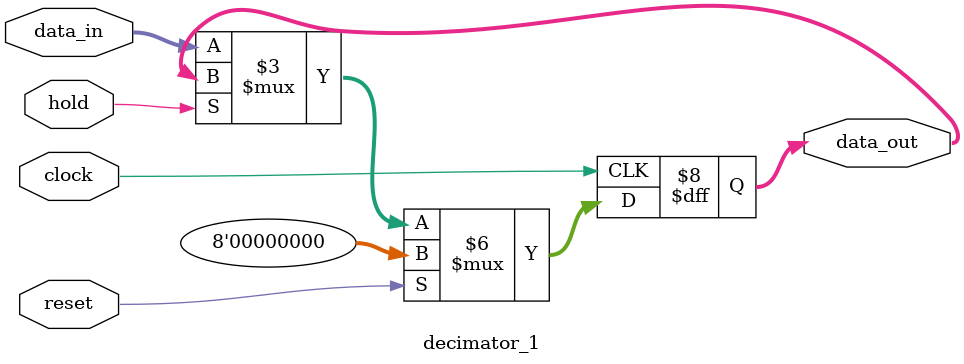
<source format=v>
module decimator_1 (data_out, data_in, hold, clock, reset);
  parameter word_length = 8;
  output 	[word_length-1:0]		data_out;
  input	[word_length-1:0]		data_in;
  input 				hold;		// Active high
  input				clock;		// Positive edge  
  input				reset;		// Active high
  reg				data_out;
  always @ (posedge clock)
    if (reset) data_out <= 0;
    else if (hold) data_out <= data_out;
    else data_out <= data_in;
endmodule


</source>
